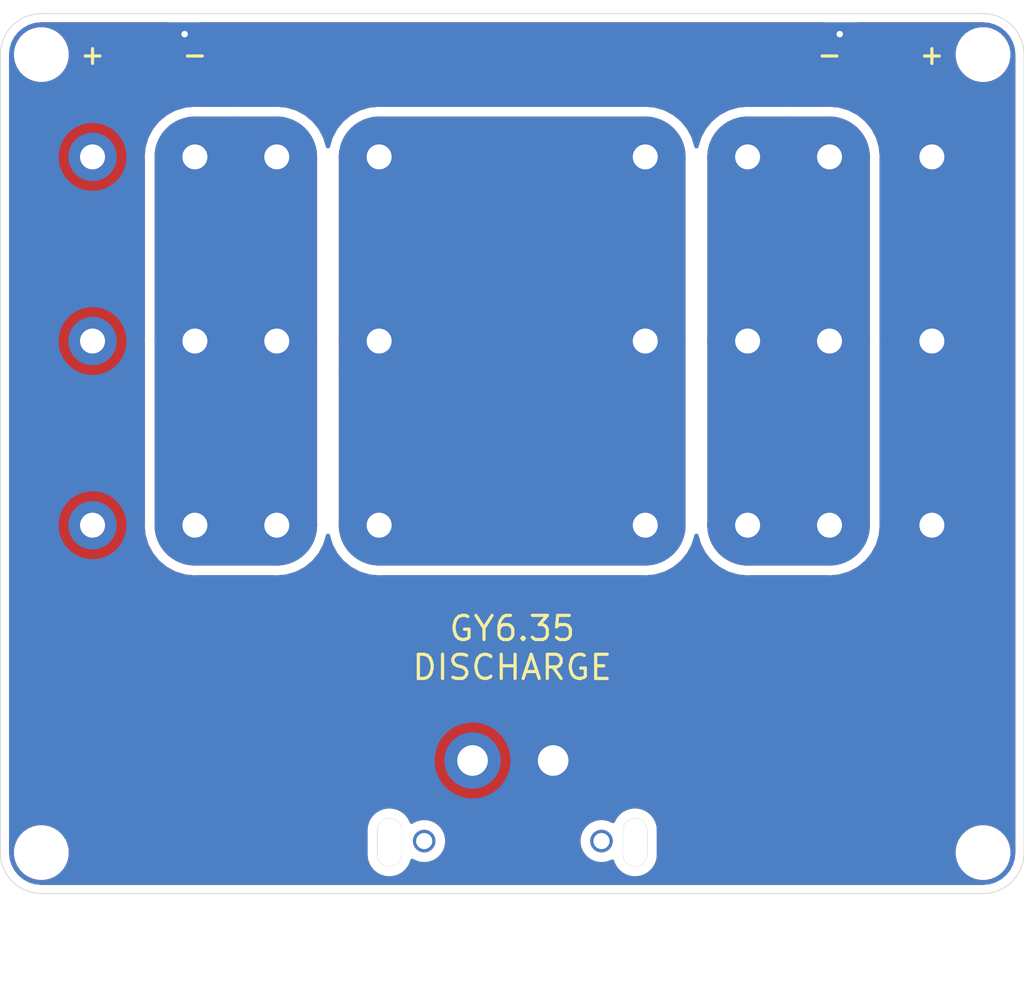
<source format=kicad_pcb>
(kicad_pcb (version 20171130) (host pcbnew "(5.1.9)-1")

  (general
    (thickness 1.6)
    (drawings 13)
    (tracks 45)
    (zones 0)
    (modules 23)
    (nets 6)
  )

  (page A4)
  (layers
    (0 F.Cu signal)
    (31 B.Cu signal)
    (32 B.Adhes user)
    (33 F.Adhes user)
    (34 B.Paste user)
    (35 F.Paste user)
    (36 B.SilkS user)
    (37 F.SilkS user)
    (38 B.Mask user)
    (39 F.Mask user)
    (40 Dwgs.User user)
    (41 Cmts.User user)
    (42 Eco1.User user)
    (43 Eco2.User user)
    (44 Edge.Cuts user)
    (45 Margin user)
    (46 B.CrtYd user)
    (47 F.CrtYd user)
    (48 B.Fab user)
    (49 F.Fab user)
  )

  (setup
    (last_trace_width 5)
    (user_trace_width 1)
    (user_trace_width 2.5)
    (user_trace_width 5)
    (trace_clearance 0.6)
    (zone_clearance 0.508)
    (zone_45_only no)
    (trace_min 0.2)
    (via_size 0.8)
    (via_drill 0.4)
    (via_min_size 0.4)
    (via_min_drill 0.3)
    (uvia_size 0.3)
    (uvia_drill 0.1)
    (uvias_allowed no)
    (uvia_min_size 0.2)
    (uvia_min_drill 0.1)
    (edge_width 0.05)
    (segment_width 0.2)
    (pcb_text_width 0.3)
    (pcb_text_size 1.5 1.5)
    (mod_edge_width 0.12)
    (mod_text_size 1 1)
    (mod_text_width 0.15)
    (pad_size 1.524 1.524)
    (pad_drill 0.762)
    (pad_to_mask_clearance 0)
    (aux_axis_origin 0 0)
    (visible_elements 7FFFFFFF)
    (pcbplotparams
      (layerselection 0x010fc_ffffffff)
      (usegerberextensions false)
      (usegerberattributes true)
      (usegerberadvancedattributes true)
      (creategerberjobfile true)
      (excludeedgelayer true)
      (linewidth 0.100000)
      (plotframeref false)
      (viasonmask false)
      (mode 1)
      (useauxorigin false)
      (hpglpennumber 1)
      (hpglpenspeed 20)
      (hpglpendiameter 15.000000)
      (psnegative false)
      (psa4output false)
      (plotreference true)
      (plotvalue true)
      (plotinvisibletext false)
      (padsonsilk false)
      (subtractmaskfromsilk false)
      (outputformat 1)
      (mirror false)
      (drillshape 0)
      (scaleselection 1)
      (outputdirectory "gerber/"))
  )

  (net 0 "")
  (net 1 "Net-(LA1-Pad1)")
  (net 2 "Net-(LA11-Pad1)")
  (net 3 "Net-(LA10-Pad1)")
  (net 4 VCC)
  (net 5 GND)

  (net_class Default "This is the default net class."
    (clearance 0.6)
    (trace_width 0.25)
    (via_dia 0.8)
    (via_drill 0.4)
    (uvia_dia 0.3)
    (uvia_drill 0.1)
    (add_net GND)
    (add_net "Net-(LA1-Pad1)")
    (add_net "Net-(LA10-Pad1)")
    (add_net "Net-(LA11-Pad1)")
    (add_net VCC)
  )

  (module Connector_Wire:SolderWirePad_1x01_SMD_1x2mm (layer F.Cu) (tedit 5DD6EB27) (tstamp 628169D0)
    (at 179.07 104.14 180)
    (descr "Wire Pad, Square, SMD Pad,  5mm x 10mm,")
    (tags "MesurementPoint Square SMDPad 5mmx10mm ")
    (path /62834C54)
    (attr virtual)
    (fp_text reference J5 (at 0 -2.54) (layer F.SilkS) hide
      (effects (font (size 1 1) (thickness 0.15)))
    )
    (fp_text value Conn_01x01 (at 0 2.54) (layer F.Fab)
      (effects (font (size 1 1) (thickness 0.15)))
    )
    (fp_text user %R (at 0 0) (layer F.Fab) hide
      (effects (font (size 1 1) (thickness 0.15)))
    )
    (fp_line (start 0.63 -1.27) (end -0.63 -1.27) (layer F.CrtYd) (width 0.05))
    (fp_line (start 0.63 1.27) (end 0.63 -1.27) (layer F.CrtYd) (width 0.05))
    (fp_line (start -0.63 1.27) (end 0.63 1.27) (layer F.CrtYd) (width 0.05))
    (fp_line (start -0.63 -1.27) (end -0.63 1.27) (layer F.CrtYd) (width 0.05))
    (fp_line (start -0.63 -1.27) (end 0.63 -1.27) (layer F.Fab) (width 0.1))
    (fp_line (start 0.63 -1.27) (end 0.63 1.27) (layer F.Fab) (width 0.1))
    (fp_line (start 0.63 1.27) (end -0.63 1.27) (layer F.Fab) (width 0.1))
    (fp_line (start -0.63 1.27) (end -0.63 -1.27) (layer F.Fab) (width 0.1))
    (pad 1 smd roundrect (at 0 0 180) (size 1 2) (layers F.Cu F.Paste F.Mask) (roundrect_rratio 0.25)
      (net 5 GND))
  )

  (module Connector_Wire:SolderWirePad_1x01_SMD_1x2mm (layer F.Cu) (tedit 5DD6EB27) (tstamp 628169C2)
    (at 181.61 104.14 180)
    (descr "Wire Pad, Square, SMD Pad,  5mm x 10mm,")
    (tags "MesurementPoint Square SMDPad 5mmx10mm ")
    (path /628341BC)
    (attr virtual)
    (fp_text reference J4 (at 0 -2.54) (layer F.SilkS) hide
      (effects (font (size 1 1) (thickness 0.15)))
    )
    (fp_text value Conn_01x01 (at 0 2.54) (layer F.Fab)
      (effects (font (size 1 1) (thickness 0.15)))
    )
    (fp_text user %R (at 0 0) (layer F.Fab) hide
      (effects (font (size 1 1) (thickness 0.15)))
    )
    (fp_line (start 0.63 -1.27) (end -0.63 -1.27) (layer F.CrtYd) (width 0.05))
    (fp_line (start 0.63 1.27) (end 0.63 -1.27) (layer F.CrtYd) (width 0.05))
    (fp_line (start -0.63 1.27) (end 0.63 1.27) (layer F.CrtYd) (width 0.05))
    (fp_line (start -0.63 -1.27) (end -0.63 1.27) (layer F.CrtYd) (width 0.05))
    (fp_line (start -0.63 -1.27) (end 0.63 -1.27) (layer F.Fab) (width 0.1))
    (fp_line (start 0.63 -1.27) (end 0.63 1.27) (layer F.Fab) (width 0.1))
    (fp_line (start 0.63 1.27) (end -0.63 1.27) (layer F.Fab) (width 0.1))
    (fp_line (start -0.63 1.27) (end -0.63 -1.27) (layer F.Fab) (width 0.1))
    (pad 1 smd roundrect (at 0 0 180) (size 1 2) (layers F.Cu F.Paste F.Mask) (roundrect_rratio 0.25)
      (net 4 VCC))
  )

  (module Connector_Wire:SolderWirePad_1x01_SMD_1x2mm (layer F.Cu) (tedit 5DD6EB27) (tstamp 62816D87)
    (at 135.89 104.14)
    (descr "Wire Pad, Square, SMD Pad,  5mm x 10mm,")
    (tags "MesurementPoint Square SMDPad 5mmx10mm ")
    (path /628354CC)
    (attr virtual)
    (fp_text reference J3 (at 0 -2.54) (layer F.SilkS) hide
      (effects (font (size 1 1) (thickness 0.15)))
    )
    (fp_text value Conn_01x01 (at 0 2.54) (layer F.Fab)
      (effects (font (size 1 1) (thickness 0.15)))
    )
    (fp_text user %R (at 0 0) (layer F.Fab) hide
      (effects (font (size 1 1) (thickness 0.15)))
    )
    (fp_line (start 0.63 -1.27) (end -0.63 -1.27) (layer F.CrtYd) (width 0.05))
    (fp_line (start 0.63 1.27) (end 0.63 -1.27) (layer F.CrtYd) (width 0.05))
    (fp_line (start -0.63 1.27) (end 0.63 1.27) (layer F.CrtYd) (width 0.05))
    (fp_line (start -0.63 -1.27) (end -0.63 1.27) (layer F.CrtYd) (width 0.05))
    (fp_line (start -0.63 -1.27) (end 0.63 -1.27) (layer F.Fab) (width 0.1))
    (fp_line (start 0.63 -1.27) (end 0.63 1.27) (layer F.Fab) (width 0.1))
    (fp_line (start 0.63 1.27) (end -0.63 1.27) (layer F.Fab) (width 0.1))
    (fp_line (start -0.63 1.27) (end -0.63 -1.27) (layer F.Fab) (width 0.1))
    (pad 1 smd roundrect (at 0 0) (size 1 2) (layers F.Cu F.Paste F.Mask) (roundrect_rratio 0.25)
      (net 5 GND))
  )

  (module Connector_Wire:SolderWirePad_1x01_SMD_1x2mm (layer F.Cu) (tedit 5DD6EB27) (tstamp 628169A6)
    (at 133.35 104.14)
    (descr "Wire Pad, Square, SMD Pad,  5mm x 10mm,")
    (tags "MesurementPoint Square SMDPad 5mmx10mm ")
    (path /62832ABF)
    (attr virtual)
    (fp_text reference J2 (at 0 -2.54) (layer F.SilkS) hide
      (effects (font (size 1 1) (thickness 0.15)))
    )
    (fp_text value Conn_01x01 (at 0 2.54) (layer F.Fab)
      (effects (font (size 1 1) (thickness 0.15)))
    )
    (fp_text user %R (at 0 0) (layer F.Fab) hide
      (effects (font (size 1 1) (thickness 0.15)))
    )
    (fp_line (start 0.63 -1.27) (end -0.63 -1.27) (layer F.CrtYd) (width 0.05))
    (fp_line (start 0.63 1.27) (end 0.63 -1.27) (layer F.CrtYd) (width 0.05))
    (fp_line (start -0.63 1.27) (end 0.63 1.27) (layer F.CrtYd) (width 0.05))
    (fp_line (start -0.63 -1.27) (end -0.63 1.27) (layer F.CrtYd) (width 0.05))
    (fp_line (start -0.63 -1.27) (end 0.63 -1.27) (layer F.Fab) (width 0.1))
    (fp_line (start 0.63 -1.27) (end 0.63 1.27) (layer F.Fab) (width 0.1))
    (fp_line (start 0.63 1.27) (end -0.63 1.27) (layer F.Fab) (width 0.1))
    (fp_line (start -0.63 1.27) (end -0.63 -1.27) (layer F.Fab) (width 0.1))
    (pad 1 smd roundrect (at 0 0) (size 1 2) (layers F.Cu F.Paste F.Mask) (roundrect_rratio 0.25)
      (net 4 VCC))
  )

  (module "Library:Cable tie hole" (layer F.Cu) (tedit 628100F7) (tstamp 628162E2)
    (at 165.1 153.035)
    (fp_text reference REF** (at 0 3) (layer F.SilkS) hide
      (effects (font (size 1 1) (thickness 0.15)))
    )
    (fp_text value "Cable tie hole" (at 0 -3.1) (layer F.Fab)
      (effects (font (size 1 1) (thickness 0.15)))
    )
    (pad 1 thru_hole oval (at 0 0) (size 1.5 3) (drill oval 1.5 3) (layers *.Cu *.Mask))
  )

  (module "Library:Cable tie hole" (layer F.Cu) (tedit 628100F7) (tstamp 62816218)
    (at 149.86 153.035)
    (fp_text reference REF** (at 0 3) (layer F.SilkS) hide
      (effects (font (size 1 1) (thickness 0.15)))
    )
    (fp_text value "Cable tie hole" (at 0 -3.1) (layer F.Fab)
      (effects (font (size 1 1) (thickness 0.15)))
    )
    (pad 1 thru_hole oval (at 0 0) (size 1.5 3) (drill oval 1.5 3) (layers *.Cu *.Mask))
  )

  (module Library:GY6.35 (layer F.Cu) (tedit 61853AFB) (tstamp 61787DCE)
    (at 146.05 110.49 180)
    (path /61783E24)
    (fp_text reference LA10 (at 0 2.75) (layer F.SilkS) hide
      (effects (font (size 1 1) (thickness 0.15)))
    )
    (fp_text value Lamp (at 0 -2.75) (layer F.Fab) hide
      (effects (font (size 1 1) (thickness 0.15)))
    )
    (fp_circle (center 0 0) (end 5 0) (layer Dwgs.User) (width 0.12))
    (fp_line (start -4.68 1.5) (end -4.68 -1.5) (layer F.CrtYd) (width 0.05))
    (fp_line (start 4.68 1.5) (end -4.68 1.5) (layer F.CrtYd) (width 0.05))
    (fp_line (start 4.68 -1.5) (end 4.68 1.5) (layer F.CrtYd) (width 0.05))
    (fp_line (start -4.68 -1.5) (end 4.68 -1.5) (layer F.CrtYd) (width 0.05))
    (pad 2 thru_hole circle (at 3.175 0 180) (size 3 3) (drill 1.55) (layers *.Cu *.Mask)
      (net 1 "Net-(LA1-Pad1)"))
    (pad 1 thru_hole circle (at -3.175 0 180) (size 3 3) (drill 1.55) (layers *.Cu *.Mask)
      (net 3 "Net-(LA10-Pad1)"))
  )

  (module Library:GY6.35 (layer F.Cu) (tedit 61853AFB) (tstamp 61787DBF)
    (at 134.62 110.49 180)
    (path /61781D58)
    (fp_text reference LA9 (at 0 2.75) (layer F.SilkS) hide
      (effects (font (size 1 1) (thickness 0.15)))
    )
    (fp_text value Lamp (at 0 -2.75) (layer F.Fab) hide
      (effects (font (size 1 1) (thickness 0.15)))
    )
    (fp_circle (center 0 0) (end 5 0) (layer Dwgs.User) (width 0.12))
    (fp_line (start -4.68 1.5) (end -4.68 -1.5) (layer F.CrtYd) (width 0.05))
    (fp_line (start 4.68 1.5) (end -4.68 1.5) (layer F.CrtYd) (width 0.05))
    (fp_line (start 4.68 -1.5) (end 4.68 1.5) (layer F.CrtYd) (width 0.05))
    (fp_line (start -4.68 -1.5) (end 4.68 -1.5) (layer F.CrtYd) (width 0.05))
    (pad 2 thru_hole circle (at 3.175 0 180) (size 3 3) (drill 1.55) (layers *.Cu *.Mask)
      (net 4 VCC))
    (pad 1 thru_hole circle (at -3.175 0 180) (size 3 3) (drill 1.55) (layers *.Cu *.Mask)
      (net 1 "Net-(LA1-Pad1)"))
  )

  (module Library:GY6.35 (layer F.Cu) (tedit 61853AFB) (tstamp 61787DEC)
    (at 180.34 110.49 180)
    (path /617AAA58)
    (fp_text reference LA12 (at 0 2.75) (layer F.SilkS) hide
      (effects (font (size 1 1) (thickness 0.15)))
    )
    (fp_text value Lamp (at 0 -2.75) (layer F.Fab) hide
      (effects (font (size 1 1) (thickness 0.15)))
    )
    (fp_circle (center 0 0) (end 5 0) (layer Dwgs.User) (width 0.12))
    (fp_line (start -4.68 1.5) (end -4.68 -1.5) (layer F.CrtYd) (width 0.05))
    (fp_line (start 4.68 1.5) (end -4.68 1.5) (layer F.CrtYd) (width 0.05))
    (fp_line (start 4.68 -1.5) (end 4.68 1.5) (layer F.CrtYd) (width 0.05))
    (fp_line (start -4.68 -1.5) (end 4.68 -1.5) (layer F.CrtYd) (width 0.05))
    (pad 2 thru_hole circle (at 3.175 0 180) (size 3 3) (drill 1.55) (layers *.Cu *.Mask)
      (net 2 "Net-(LA11-Pad1)"))
    (pad 1 thru_hole circle (at -3.175 0 180) (size 3 3) (drill 1.55) (layers *.Cu *.Mask)
      (net 5 GND))
  )

  (module Library:GY6.35 (layer F.Cu) (tedit 61853AFB) (tstamp 61787DDD)
    (at 168.91 110.49 180)
    (path /617AAA52)
    (fp_text reference LA11 (at 0 2.75) (layer F.SilkS) hide
      (effects (font (size 1 1) (thickness 0.15)))
    )
    (fp_text value Lamp (at 0 -2.75) (layer F.Fab) hide
      (effects (font (size 1 1) (thickness 0.15)))
    )
    (fp_circle (center 0 0) (end 5 0) (layer Dwgs.User) (width 0.12))
    (fp_line (start -4.68 1.5) (end -4.68 -1.5) (layer F.CrtYd) (width 0.05))
    (fp_line (start 4.68 1.5) (end -4.68 1.5) (layer F.CrtYd) (width 0.05))
    (fp_line (start 4.68 -1.5) (end 4.68 1.5) (layer F.CrtYd) (width 0.05))
    (fp_line (start -4.68 -1.5) (end 4.68 -1.5) (layer F.CrtYd) (width 0.05))
    (pad 2 thru_hole circle (at 3.175 0 180) (size 3 3) (drill 1.55) (layers *.Cu *.Mask)
      (net 3 "Net-(LA10-Pad1)"))
    (pad 1 thru_hole circle (at -3.175 0 180) (size 3 3) (drill 1.55) (layers *.Cu *.Mask)
      (net 2 "Net-(LA11-Pad1)"))
  )

  (module Library:GY6.35 (layer F.Cu) (tedit 61853AFB) (tstamp 61787DB0)
    (at 180.34 121.92 180)
    (path /617AAA64)
    (fp_text reference LA8 (at 0 2.75) (layer F.SilkS) hide
      (effects (font (size 1 1) (thickness 0.15)))
    )
    (fp_text value Lamp (at 0 -2.75) (layer F.Fab) hide
      (effects (font (size 1 1) (thickness 0.15)))
    )
    (fp_circle (center 0 0) (end 5 0) (layer Dwgs.User) (width 0.12))
    (fp_line (start -4.68 1.5) (end -4.68 -1.5) (layer F.CrtYd) (width 0.05))
    (fp_line (start 4.68 1.5) (end -4.68 1.5) (layer F.CrtYd) (width 0.05))
    (fp_line (start 4.68 -1.5) (end 4.68 1.5) (layer F.CrtYd) (width 0.05))
    (fp_line (start -4.68 -1.5) (end 4.68 -1.5) (layer F.CrtYd) (width 0.05))
    (pad 2 thru_hole circle (at 3.175 0 180) (size 3 3) (drill 1.55) (layers *.Cu *.Mask)
      (net 2 "Net-(LA11-Pad1)"))
    (pad 1 thru_hole circle (at -3.175 0 180) (size 3 3) (drill 1.55) (layers *.Cu *.Mask)
      (net 5 GND))
  )

  (module Library:GY6.35 (layer F.Cu) (tedit 61853AFB) (tstamp 61787DA1)
    (at 168.91 121.92 180)
    (path /617AAA5E)
    (fp_text reference LA7 (at 0 2.75) (layer F.SilkS) hide
      (effects (font (size 1 1) (thickness 0.15)))
    )
    (fp_text value Lamp (at 0 -2.75) (layer F.Fab) hide
      (effects (font (size 1 1) (thickness 0.15)))
    )
    (fp_circle (center 0 0) (end 5 0) (layer Dwgs.User) (width 0.12))
    (fp_line (start -4.68 1.5) (end -4.68 -1.5) (layer F.CrtYd) (width 0.05))
    (fp_line (start 4.68 1.5) (end -4.68 1.5) (layer F.CrtYd) (width 0.05))
    (fp_line (start 4.68 -1.5) (end 4.68 1.5) (layer F.CrtYd) (width 0.05))
    (fp_line (start -4.68 -1.5) (end 4.68 -1.5) (layer F.CrtYd) (width 0.05))
    (pad 2 thru_hole circle (at 3.175 0 180) (size 3 3) (drill 1.55) (layers *.Cu *.Mask)
      (net 3 "Net-(LA10-Pad1)"))
    (pad 1 thru_hole circle (at -3.175 0 180) (size 3 3) (drill 1.55) (layers *.Cu *.Mask)
      (net 2 "Net-(LA11-Pad1)"))
  )

  (module Library:GY6.35 (layer F.Cu) (tedit 61853AFB) (tstamp 61787D92)
    (at 146.05 121.92 180)
    (path /6178947E)
    (fp_text reference LA6 (at 0 2.75) (layer F.SilkS) hide
      (effects (font (size 1 1) (thickness 0.15)))
    )
    (fp_text value Lamp (at 0 -2.75) (layer F.Fab) hide
      (effects (font (size 1 1) (thickness 0.15)))
    )
    (fp_circle (center 0 0) (end 5 0) (layer Dwgs.User) (width 0.12))
    (fp_line (start -4.68 1.5) (end -4.68 -1.5) (layer F.CrtYd) (width 0.05))
    (fp_line (start 4.68 1.5) (end -4.68 1.5) (layer F.CrtYd) (width 0.05))
    (fp_line (start 4.68 -1.5) (end 4.68 1.5) (layer F.CrtYd) (width 0.05))
    (fp_line (start -4.68 -1.5) (end 4.68 -1.5) (layer F.CrtYd) (width 0.05))
    (pad 2 thru_hole circle (at 3.175 0 180) (size 3 3) (drill 1.55) (layers *.Cu *.Mask)
      (net 1 "Net-(LA1-Pad1)"))
    (pad 1 thru_hole circle (at -3.175 0 180) (size 3 3) (drill 1.55) (layers *.Cu *.Mask)
      (net 3 "Net-(LA10-Pad1)"))
  )

  (module Library:GY6.35 (layer F.Cu) (tedit 61853AFB) (tstamp 61787D83)
    (at 134.62 121.92 180)
    (path /61789478)
    (fp_text reference LA5 (at 0 2.75) (layer F.SilkS) hide
      (effects (font (size 1 1) (thickness 0.15)))
    )
    (fp_text value Lamp (at 0 -2.75) (layer F.Fab) hide
      (effects (font (size 1 1) (thickness 0.15)))
    )
    (fp_circle (center 0 0) (end 5 0) (layer Dwgs.User) (width 0.12))
    (fp_line (start -4.68 1.5) (end -4.68 -1.5) (layer F.CrtYd) (width 0.05))
    (fp_line (start 4.68 1.5) (end -4.68 1.5) (layer F.CrtYd) (width 0.05))
    (fp_line (start 4.68 -1.5) (end 4.68 1.5) (layer F.CrtYd) (width 0.05))
    (fp_line (start -4.68 -1.5) (end 4.68 -1.5) (layer F.CrtYd) (width 0.05))
    (pad 2 thru_hole circle (at 3.175 0 180) (size 3 3) (drill 1.55) (layers *.Cu *.Mask)
      (net 4 VCC))
    (pad 1 thru_hole circle (at -3.175 0 180) (size 3 3) (drill 1.55) (layers *.Cu *.Mask)
      (net 1 "Net-(LA1-Pad1)"))
  )

  (module Library:GY6.35 (layer F.Cu) (tedit 61853AFB) (tstamp 61787D74)
    (at 180.34 133.35 180)
    (path /617AAA70)
    (fp_text reference LA4 (at 0 2.75) (layer F.SilkS) hide
      (effects (font (size 1 1) (thickness 0.15)))
    )
    (fp_text value Lamp (at 0 -2.75) (layer F.Fab) hide
      (effects (font (size 1 1) (thickness 0.15)))
    )
    (fp_circle (center 0 0) (end 5 0) (layer Dwgs.User) (width 0.12))
    (fp_line (start -4.68 1.5) (end -4.68 -1.5) (layer F.CrtYd) (width 0.05))
    (fp_line (start 4.68 1.5) (end -4.68 1.5) (layer F.CrtYd) (width 0.05))
    (fp_line (start 4.68 -1.5) (end 4.68 1.5) (layer F.CrtYd) (width 0.05))
    (fp_line (start -4.68 -1.5) (end 4.68 -1.5) (layer F.CrtYd) (width 0.05))
    (pad 2 thru_hole circle (at 3.175 0 180) (size 3 3) (drill 1.55) (layers *.Cu *.Mask)
      (net 2 "Net-(LA11-Pad1)"))
    (pad 1 thru_hole circle (at -3.175 0 180) (size 3 3) (drill 1.55) (layers *.Cu *.Mask)
      (net 5 GND))
  )

  (module Library:GY6.35 (layer F.Cu) (tedit 61853AFB) (tstamp 61787D65)
    (at 168.91 133.35 180)
    (path /617AAA6A)
    (fp_text reference LA3 (at 0 2.75) (layer F.SilkS) hide
      (effects (font (size 1 1) (thickness 0.15)))
    )
    (fp_text value Lamp (at 0 -2.75) (layer F.Fab) hide
      (effects (font (size 1 1) (thickness 0.15)))
    )
    (fp_circle (center 0 0) (end 5 0) (layer Dwgs.User) (width 0.12))
    (fp_line (start -4.68 1.5) (end -4.68 -1.5) (layer F.CrtYd) (width 0.05))
    (fp_line (start 4.68 1.5) (end -4.68 1.5) (layer F.CrtYd) (width 0.05))
    (fp_line (start 4.68 -1.5) (end 4.68 1.5) (layer F.CrtYd) (width 0.05))
    (fp_line (start -4.68 -1.5) (end 4.68 -1.5) (layer F.CrtYd) (width 0.05))
    (pad 2 thru_hole circle (at 3.175 0 180) (size 3 3) (drill 1.55) (layers *.Cu *.Mask)
      (net 3 "Net-(LA10-Pad1)"))
    (pad 1 thru_hole circle (at -3.175 0 180) (size 3 3) (drill 1.55) (layers *.Cu *.Mask)
      (net 2 "Net-(LA11-Pad1)"))
  )

  (module Library:GY6.35 (layer F.Cu) (tedit 61853AFB) (tstamp 61787D56)
    (at 146.05 133.35 180)
    (path /6178BC24)
    (fp_text reference LA2 (at 0 2.75) (layer F.SilkS) hide
      (effects (font (size 1 1) (thickness 0.15)))
    )
    (fp_text value Lamp (at 0 -2.75) (layer F.Fab) hide
      (effects (font (size 1 1) (thickness 0.15)))
    )
    (fp_circle (center 0 0) (end 5 0) (layer Dwgs.User) (width 0.12))
    (fp_line (start -4.68 1.5) (end -4.68 -1.5) (layer F.CrtYd) (width 0.05))
    (fp_line (start 4.68 1.5) (end -4.68 1.5) (layer F.CrtYd) (width 0.05))
    (fp_line (start 4.68 -1.5) (end 4.68 1.5) (layer F.CrtYd) (width 0.05))
    (fp_line (start -4.68 -1.5) (end 4.68 -1.5) (layer F.CrtYd) (width 0.05))
    (pad 2 thru_hole circle (at 3.175 0 180) (size 3 3) (drill 1.55) (layers *.Cu *.Mask)
      (net 1 "Net-(LA1-Pad1)"))
    (pad 1 thru_hole circle (at -3.175 0 180) (size 3 3) (drill 1.55) (layers *.Cu *.Mask)
      (net 3 "Net-(LA10-Pad1)"))
  )

  (module Library:GY6.35 (layer F.Cu) (tedit 61853AFB) (tstamp 61787D47)
    (at 134.62 133.35 180)
    (path /6178BC1E)
    (fp_text reference LA1 (at 0 2.75) (layer F.SilkS) hide
      (effects (font (size 1 1) (thickness 0.15)))
    )
    (fp_text value Lamp (at 0 -2.75) (layer F.Fab) hide
      (effects (font (size 1 1) (thickness 0.15)))
    )
    (fp_circle (center 0 0) (end 5 0) (layer Dwgs.User) (width 0.12))
    (fp_line (start -4.68 1.5) (end -4.68 -1.5) (layer F.CrtYd) (width 0.05))
    (fp_line (start 4.68 1.5) (end -4.68 1.5) (layer F.CrtYd) (width 0.05))
    (fp_line (start 4.68 -1.5) (end 4.68 1.5) (layer F.CrtYd) (width 0.05))
    (fp_line (start -4.68 -1.5) (end 4.68 -1.5) (layer F.CrtYd) (width 0.05))
    (pad 2 thru_hole circle (at 3.175 0 180) (size 3 3) (drill 1.55) (layers *.Cu *.Mask)
      (net 4 VCC))
    (pad 1 thru_hole circle (at -3.175 0 180) (size 3 3) (drill 1.55) (layers *.Cu *.Mask)
      (net 1 "Net-(LA1-Pad1)"))
  )

  (module MountingHole:MountingHole_2.2mm_M2 (layer F.Cu) (tedit 56D1B4CB) (tstamp 6178F848)
    (at 186.69 153.67)
    (descr "Mounting Hole 2.2mm, no annular, M2")
    (tags "mounting hole 2.2mm no annular m2")
    (path /617DACE2)
    (attr virtual)
    (fp_text reference H4 (at 0 -3.2) (layer F.SilkS) hide
      (effects (font (size 1 1) (thickness 0.15)))
    )
    (fp_text value MountingHole (at 0 3.2) (layer F.Fab) hide
      (effects (font (size 1 1) (thickness 0.15)))
    )
    (fp_circle (center 0 0) (end 2.2 0) (layer Cmts.User) (width 0.15))
    (fp_circle (center 0 0) (end 2.45 0) (layer F.CrtYd) (width 0.05))
    (fp_text user %R (at 0.3 0) (layer F.Fab) hide
      (effects (font (size 1 1) (thickness 0.15)))
    )
    (pad 1 np_thru_hole circle (at 0 0) (size 2.2 2.2) (drill 2.2) (layers *.Cu *.Mask))
  )

  (module MountingHole:MountingHole_2.2mm_M2 (layer F.Cu) (tedit 56D1B4CB) (tstamp 6178F840)
    (at 128.27 153.67)
    (descr "Mounting Hole 2.2mm, no annular, M2")
    (tags "mounting hole 2.2mm no annular m2")
    (path /617DAADF)
    (attr virtual)
    (fp_text reference H3 (at 0 -3.2) (layer F.SilkS) hide
      (effects (font (size 1 1) (thickness 0.15)))
    )
    (fp_text value MountingHole (at 0 3.2) (layer F.Fab) hide
      (effects (font (size 1 1) (thickness 0.15)))
    )
    (fp_circle (center 0 0) (end 2.2 0) (layer Cmts.User) (width 0.15))
    (fp_circle (center 0 0) (end 2.45 0) (layer F.CrtYd) (width 0.05))
    (fp_text user %R (at 0.3 0) (layer F.Fab) hide
      (effects (font (size 1 1) (thickness 0.15)))
    )
    (pad 1 np_thru_hole circle (at 0 0) (size 2.2 2.2) (drill 2.2) (layers *.Cu *.Mask))
  )

  (module MountingHole:MountingHole_2.2mm_M2 (layer F.Cu) (tedit 56D1B4CB) (tstamp 6178F838)
    (at 186.69 104.14)
    (descr "Mounting Hole 2.2mm, no annular, M2")
    (tags "mounting hole 2.2mm no annular m2")
    (path /617DA7A4)
    (attr virtual)
    (fp_text reference H2 (at 0 -3.2) (layer F.SilkS) hide
      (effects (font (size 1 1) (thickness 0.15)))
    )
    (fp_text value MountingHole (at 0 3.2) (layer F.Fab) hide
      (effects (font (size 1 1) (thickness 0.15)))
    )
    (fp_circle (center 0 0) (end 2.2 0) (layer Cmts.User) (width 0.15))
    (fp_circle (center 0 0) (end 2.45 0) (layer F.CrtYd) (width 0.05))
    (fp_text user %R (at 0.3 0) (layer F.Fab) hide
      (effects (font (size 1 1) (thickness 0.15)))
    )
    (pad 1 np_thru_hole circle (at 0 0) (size 2.2 2.2) (drill 2.2) (layers *.Cu *.Mask))
  )

  (module MountingHole:MountingHole_2.2mm_M2 (layer F.Cu) (tedit 56D1B4CB) (tstamp 6178F830)
    (at 128.27 104.14)
    (descr "Mounting Hole 2.2mm, no annular, M2")
    (tags "mounting hole 2.2mm no annular m2")
    (path /617D926F)
    (attr virtual)
    (fp_text reference H1 (at 0 -3.2) (layer F.SilkS) hide
      (effects (font (size 1 1) (thickness 0.15)))
    )
    (fp_text value MountingHole (at 0 3.2) (layer F.Fab) hide
      (effects (font (size 1 1) (thickness 0.15)))
    )
    (fp_circle (center 0 0) (end 2.2 0) (layer Cmts.User) (width 0.15))
    (fp_circle (center 0 0) (end 2.45 0) (layer F.CrtYd) (width 0.05))
    (fp_text user %R (at 0.3 0) (layer F.Fab) hide
      (effects (font (size 1 1) (thickness 0.15)))
    )
    (pad 1 np_thru_hole circle (at 0 0) (size 2.2 2.2) (drill 2.2) (layers *.Cu *.Mask))
  )

  (module Connector_AMASS:AMASS_XT30PW-F_1x02_P2.50mm_Horizontal (layer F.Cu) (tedit 61784443) (tstamp 61787D0E)
    (at 160.02 147.955 180)
    (descr "Connector XT30 Horizontal PCB Female, https://www.tme.eu/en/Document/ce4077e36b79046da520ca73227e15de/XT30PW%20SPEC.pdf")
    (tags "RC Connector XT30")
    (path /617AD652)
    (fp_text reference J1 (at 2.5 -15.5) (layer F.SilkS) hide
      (effects (font (size 1 1) (thickness 0.15)))
    )
    (fp_text value Conn_01x02 (at 2.5 3.5) (layer F.Fab) hide
      (effects (font (size 1 1) (thickness 0.15)))
    )
    (fp_line (start -1.92 -14.05) (end 6.92 -14.05) (layer F.Fab) (width 0.1))
    (fp_line (start -1.92 -14.05) (end -1.92 -8.05) (layer F.Fab) (width 0.1))
    (fp_line (start 6.92 -14.05) (end 6.92 -8.05) (layer F.Fab) (width 0.1))
    (fp_line (start -2.45 -8.05) (end 7.45 -8.05) (layer F.Fab) (width 0.1))
    (fp_line (start -4.65 2.25) (end 9.65 2.25) (layer F.CrtYd) (width 0.05))
    (fp_line (start 9.65 -8.55) (end 9.65 2.25) (layer F.CrtYd) (width 0.05))
    (fp_line (start 7.42 -8.55) (end 9.65 -8.55) (layer F.CrtYd) (width 0.05))
    (fp_line (start 7.42 -14.55) (end 7.42 -8.55) (layer F.CrtYd) (width 0.05))
    (fp_line (start -2.42 -14.55) (end 7.42 -14.55) (layer F.CrtYd) (width 0.05))
    (fp_line (start -2.42 -14.55) (end -2.42 -8.55) (layer F.CrtYd) (width 0.05))
    (fp_line (start -4.65 -8.55) (end -2.42 -8.55) (layer F.CrtYd) (width 0.05))
    (fp_line (start -4.65 -8.55) (end -4.65 2.25) (layer F.CrtYd) (width 0.05))
    (fp_line (start -3.15 -4) (end 8.15 -4) (layer F.Fab) (width 0.1))
    (fp_line (start -3.15 -6) (end -2.45 -6) (layer F.Fab) (width 0.1))
    (fp_line (start -2.45 -8.05) (end -2.45 -6) (layer F.Fab) (width 0.1))
    (fp_line (start 7.45 -8.05) (end 7.45 -6.05) (layer F.Fab) (width 0.1))
    (fp_line (start 7.45 -6) (end 8.15 -6) (layer F.Fab) (width 0.1))
    (fp_text user - (at -3 0) (layer F.SilkS) hide
      (effects (font (size 1.5 1.5) (thickness 0.15)))
    )
    (fp_text user + (at 8 0) (layer F.SilkS) hide
      (effects (font (size 1.5 1.5) (thickness 0.15)))
    )
    (fp_arc (start -3.15 -5) (end -3.15 -6) (angle -180) (layer F.Fab) (width 0.1))
    (fp_arc (start 8.15 -5) (end 8.15 -4) (angle -180) (layer F.Fab) (width 0.1))
    (fp_text user %R (at 2.5 -3) (layer F.Fab) hide
      (effects (font (size 1 1) (thickness 0.15)))
    )
    (pad 2 thru_hole circle (at 5 0 180) (size 3.5 3.5) (drill 1.9) (layers *.Cu *.Mask)
      (net 4 VCC))
    (pad 1 thru_hole rect (at 0 0 180) (size 3.5 3.5) (drill 1.9) (layers *.Cu *.Mask)
      (net 5 GND))
    (pad "" thru_hole circle (at 8 -5 180) (size 1.4 1.4) (drill 1) (layers *.Cu *.Mask))
    (pad "" thru_hole circle (at -3 -5 270) (size 1.4 1.4) (drill 1) (layers *.Cu *.Mask))
    (model ${KISYS3DMOD}/Connector_AMASS.3dshapes/AMASS_XT30PW-F_1x02_P2.50mm_Horizontal.wrl
      (at (xyz 0 0 0))
      (scale (xyz 1 1 1))
      (rotate (xyz 0 0 0))
    )
  )

  (gr_text + (at 183.515 104.14) (layer F.SilkS) (tstamp 628172CD)
    (effects (font (size 1.2 1.2) (thickness 0.2)))
  )
  (gr_text - (at 177.165 104.14) (layer F.SilkS) (tstamp 628172CC)
    (effects (font (size 1.2 1.2) (thickness 0.2)))
  )
  (gr_text "-\n" (at 137.795 104.14) (layer F.SilkS) (tstamp 628172C8)
    (effects (font (size 1.2 1.2) (thickness 0.2)))
  )
  (gr_text + (at 131.445 104.14) (layer F.SilkS)
    (effects (font (size 1.2 1.2) (thickness 0.2)))
  )
  (gr_line (start 128.27 101.6) (end 186.69 101.6) (layer Edge.Cuts) (width 0.05) (tstamp 6179077B))
  (gr_line (start 125.73 153.67) (end 125.73 104.14) (layer Edge.Cuts) (width 0.05) (tstamp 6179077A))
  (gr_line (start 186.69 156.21) (end 128.27 156.21) (layer Edge.Cuts) (width 0.05) (tstamp 61790779))
  (gr_line (start 189.23 104.14) (end 189.23 153.67) (layer Edge.Cuts) (width 0.05) (tstamp 61790778))
  (gr_arc (start 186.69 153.67) (end 186.69 156.21) (angle -90) (layer Edge.Cuts) (width 0.05))
  (gr_arc (start 128.27 153.67) (end 125.73 153.67) (angle -90) (layer Edge.Cuts) (width 0.05))
  (gr_arc (start 186.69 104.14) (end 189.23 104.14) (angle -90) (layer Edge.Cuts) (width 0.05))
  (gr_arc (start 128.27 104.14) (end 128.27 101.6) (angle -90) (layer Edge.Cuts) (width 0.05))
  (gr_text "GY6.35\nDISCHARGE" (at 157.48 140.97) (layer F.SilkS)
    (effects (font (size 1.5 1.5) (thickness 0.2)) hide)
  )

  (segment (start 149.225 110.49) (end 149.225 133.35) (width 5) (layer F.Cu) (net 3))
  (segment (start 149.225 110.49) (end 165.735 110.49) (width 5) (layer F.Cu) (net 3))
  (segment (start 165.735 133.35) (end 165.735 110.49) (width 5) (layer F.Cu) (net 3))
  (segment (start 142.875 133.35) (end 137.795 133.35) (width 5) (layer F.Cu) (net 1))
  (segment (start 137.795 133.35) (end 142.875 133.35) (width 5) (layer B.Cu) (net 1))
  (segment (start 177.165 133.35) (end 172.085 133.35) (width 5) (layer F.Cu) (net 2))
  (segment (start 172.085 133.35) (end 177.165 133.35) (width 5) (layer B.Cu) (net 2))
  (segment (start 142.875 121.92) (end 137.795 121.92) (width 5) (layer F.Cu) (net 1))
  (segment (start 137.795 121.92) (end 142.875 121.92) (width 5) (layer B.Cu) (net 1))
  (segment (start 177.165 121.92) (end 172.085 121.92) (width 5) (layer F.Cu) (net 2))
  (segment (start 172.085 121.92) (end 177.165 121.92) (width 5) (layer B.Cu) (net 2))
  (segment (start 137.795 110.49) (end 142.875 110.49) (width 5) (layer B.Cu) (net 1))
  (segment (start 137.795 110.49) (end 137.795 133.35) (width 5) (layer F.Cu) (net 1))
  (segment (start 142.875 110.49) (end 142.875 133.35) (width 5) (layer F.Cu) (net 1))
  (segment (start 140.335 130.81) (end 142.875 133.35) (width 5) (layer F.Cu) (net 1))
  (segment (start 140.335 110.49) (end 140.335 130.81) (width 5) (layer F.Cu) (net 1))
  (segment (start 142.875 110.49) (end 140.335 110.49) (width 5) (layer F.Cu) (net 1))
  (segment (start 140.335 110.49) (end 137.795 110.49) (width 5) (layer F.Cu) (net 1))
  (segment (start 137.795 110.49) (end 137.795 133.35) (width 5) (layer B.Cu) (net 1))
  (segment (start 142.875 133.35) (end 142.875 110.49) (width 5) (layer B.Cu) (net 1))
  (segment (start 140.335 130.81) (end 142.875 133.35) (width 5) (layer B.Cu) (net 1))
  (segment (start 140.335 110.49) (end 140.335 130.81) (width 5) (layer B.Cu) (net 1))
  (segment (start 172.085 110.49) (end 177.165 110.49) (width 5) (layer B.Cu) (net 2))
  (segment (start 172.085 110.49) (end 172.085 133.35) (width 5) (layer F.Cu) (net 2))
  (segment (start 177.165 133.35) (end 177.165 110.49) (width 5) (layer F.Cu) (net 2))
  (segment (start 174.625 110.49) (end 174.625 130.81) (width 5) (layer F.Cu) (net 2))
  (segment (start 177.165 110.49) (end 174.625 110.49) (width 5) (layer F.Cu) (net 2))
  (segment (start 174.625 130.81) (end 172.085 133.35) (width 5) (layer F.Cu) (net 2))
  (segment (start 174.625 110.49) (end 172.085 110.49) (width 5) (layer F.Cu) (net 2))
  (segment (start 172.085 110.49) (end 172.085 133.35) (width 5) (layer B.Cu) (net 2))
  (segment (start 177.165 133.35) (end 177.165 110.49) (width 5) (layer B.Cu) (net 2))
  (segment (start 174.625 130.81) (end 177.165 133.35) (width 5) (layer B.Cu) (net 2))
  (segment (start 174.625 110.49) (end 174.625 130.81) (width 5) (layer B.Cu) (net 2))
  (segment (start 149.225 121.92) (end 165.735 121.92) (width 5) (layer F.Cu) (net 3))
  (segment (start 149.225 133.35) (end 165.735 133.35) (width 5) (layer F.Cu) (net 3))
  (segment (start 149.225 110.49) (end 165.735 110.49) (width 5) (layer B.Cu) (net 3))
  (segment (start 149.225 133.35) (end 165.735 133.35) (width 5) (layer B.Cu) (net 3))
  (segment (start 165.735 133.35) (end 165.735 110.49) (width 5) (layer B.Cu) (net 3))
  (segment (start 165.735 121.92) (end 151.13 121.92) (width 5) (layer B.Cu) (net 3))
  (segment (start 149.225 123.825) (end 149.225 133.35) (width 5) (layer B.Cu) (net 3))
  (segment (start 149.225 110.49) (end 149.225 123.825) (width 5) (layer B.Cu) (net 3))
  (via (at 177.8 102.87) (size 0.8) (drill 0.4) (layers F.Cu B.Cu) (net 5))
  (via (at 137.16 102.87) (size 0.8) (drill 0.4) (layers F.Cu B.Cu) (net 5))
  (segment (start 137.16 102.87) (end 135.89 104.14) (width 1) (layer F.Cu) (net 5))
  (segment (start 177.8 102.87) (end 179.07 104.14) (width 1) (layer F.Cu) (net 5))

  (zone (net 5) (net_name GND) (layer B.Cu) (tstamp 628181A2) (hatch edge 0.508)
    (connect_pads yes (clearance 0.508))
    (min_thickness 0.254)
    (fill yes (arc_segments 32) (thermal_gap 0.508) (thermal_bridge_width 0.508))
    (polygon
      (pts
        (xy 189.23 156.21) (xy 125.73 156.21) (xy 125.73 101.6) (xy 189.23 101.6)
      )
    )
    (filled_polygon
      (pts
        (xy 187.054545 102.298909) (xy 187.405208 102.40478) (xy 187.728625 102.576744) (xy 188.012484 102.808254) (xy 188.245965 103.090486)
        (xy 188.420183 103.412695) (xy 188.528502 103.762614) (xy 188.57 104.157443) (xy 188.570001 153.637711) (xy 188.531091 154.034545)
        (xy 188.42522 154.385206) (xy 188.253257 154.708623) (xy 188.021748 154.992482) (xy 187.739514 155.225965) (xy 187.417304 155.400184)
        (xy 187.067385 155.508502) (xy 186.672557 155.55) (xy 128.302279 155.55) (xy 127.905455 155.511091) (xy 127.554794 155.40522)
        (xy 127.231377 155.233257) (xy 126.947518 155.001748) (xy 126.714035 154.719514) (xy 126.539816 154.397304) (xy 126.431498 154.047385)
        (xy 126.39 153.652557) (xy 126.39 153.490056) (xy 126.443 153.490056) (xy 126.443 153.849944) (xy 126.513211 154.202916)
        (xy 126.650934 154.535409) (xy 126.850876 154.834645) (xy 127.105355 155.089124) (xy 127.404591 155.289066) (xy 127.737084 155.426789)
        (xy 128.090056 155.497) (xy 128.449944 155.497) (xy 128.802916 155.426789) (xy 129.135409 155.289066) (xy 129.434645 155.089124)
        (xy 129.689124 154.834645) (xy 129.889066 154.535409) (xy 130.026789 154.202916) (xy 130.097 153.849944) (xy 130.097 153.490056)
        (xy 130.026789 153.137084) (xy 129.889066 152.804591) (xy 129.689124 152.505355) (xy 129.434645 152.250876) (xy 129.377129 152.212445)
        (xy 148.383 152.212445) (xy 148.383 153.857556) (xy 148.404371 154.074543) (xy 148.488829 154.352958) (xy 148.625979 154.609547)
        (xy 148.810551 154.83445) (xy 149.035454 155.019022) (xy 149.292043 155.156172) (xy 149.570458 155.240629) (xy 149.86 155.269146)
        (xy 150.149543 155.240629) (xy 150.427958 155.156172) (xy 150.684547 155.019022) (xy 150.90945 154.83445) (xy 151.094022 154.609547)
        (xy 151.231172 154.352958) (xy 151.283836 154.17935) (xy 151.344062 154.219591) (xy 151.603759 154.327162) (xy 151.879453 154.382)
        (xy 152.160547 154.382) (xy 152.436241 154.327162) (xy 152.695938 154.219591) (xy 152.92966 154.063424) (xy 153.128424 153.86466)
        (xy 153.284591 153.630938) (xy 153.392162 153.371241) (xy 153.447 153.095547) (xy 153.447 152.814453) (xy 161.593 152.814453)
        (xy 161.593 153.095547) (xy 161.647838 153.371241) (xy 161.755409 153.630938) (xy 161.911576 153.86466) (xy 162.11034 154.063424)
        (xy 162.344062 154.219591) (xy 162.603759 154.327162) (xy 162.879453 154.382) (xy 163.160547 154.382) (xy 163.436241 154.327162)
        (xy 163.689216 154.222375) (xy 163.728829 154.352958) (xy 163.865979 154.609547) (xy 164.050551 154.83445) (xy 164.275454 155.019022)
        (xy 164.532043 155.156172) (xy 164.810458 155.240629) (xy 165.1 155.269146) (xy 165.389543 155.240629) (xy 165.667958 155.156172)
        (xy 165.924547 155.019022) (xy 166.14945 154.83445) (xy 166.334022 154.609547) (xy 166.471172 154.352958) (xy 166.555629 154.074543)
        (xy 166.577 153.857556) (xy 166.577 153.490056) (xy 184.863 153.490056) (xy 184.863 153.849944) (xy 184.933211 154.202916)
        (xy 185.070934 154.535409) (xy 185.270876 154.834645) (xy 185.525355 155.089124) (xy 185.824591 155.289066) (xy 186.157084 155.426789)
        (xy 186.510056 155.497) (xy 186.869944 155.497) (xy 187.222916 155.426789) (xy 187.555409 155.289066) (xy 187.854645 155.089124)
        (xy 188.109124 154.834645) (xy 188.309066 154.535409) (xy 188.446789 154.202916) (xy 188.517 153.849944) (xy 188.517 153.490056)
        (xy 188.446789 153.137084) (xy 188.309066 152.804591) (xy 188.109124 152.505355) (xy 187.854645 152.250876) (xy 187.555409 152.050934)
        (xy 187.222916 151.913211) (xy 186.869944 151.843) (xy 186.510056 151.843) (xy 186.157084 151.913211) (xy 185.824591 152.050934)
        (xy 185.525355 152.250876) (xy 185.270876 152.505355) (xy 185.070934 152.804591) (xy 184.933211 153.137084) (xy 184.863 153.490056)
        (xy 166.577 153.490056) (xy 166.577 152.212444) (xy 166.555629 151.995457) (xy 166.471172 151.717042) (xy 166.334022 151.460453)
        (xy 166.14945 151.23555) (xy 165.924546 151.050978) (xy 165.667957 150.913828) (xy 165.389542 150.829371) (xy 165.1 150.800854)
        (xy 164.810457 150.829371) (xy 164.532042 150.913828) (xy 164.275453 151.050978) (xy 164.05055 151.23555) (xy 163.865978 151.460454)
        (xy 163.730662 151.713611) (xy 163.695938 151.690409) (xy 163.436241 151.582838) (xy 163.160547 151.528) (xy 162.879453 151.528)
        (xy 162.603759 151.582838) (xy 162.344062 151.690409) (xy 162.11034 151.846576) (xy 161.911576 152.04534) (xy 161.755409 152.279062)
        (xy 161.647838 152.538759) (xy 161.593 152.814453) (xy 153.447 152.814453) (xy 153.392162 152.538759) (xy 153.284591 152.279062)
        (xy 153.128424 152.04534) (xy 152.92966 151.846576) (xy 152.695938 151.690409) (xy 152.436241 151.582838) (xy 152.160547 151.528)
        (xy 151.879453 151.528) (xy 151.603759 151.582838) (xy 151.344062 151.690409) (xy 151.24348 151.757615) (xy 151.231172 151.717042)
        (xy 151.094022 151.460453) (xy 150.90945 151.23555) (xy 150.684546 151.050978) (xy 150.427957 150.913828) (xy 150.149542 150.829371)
        (xy 149.86 150.800854) (xy 149.570457 150.829371) (xy 149.292042 150.913828) (xy 149.035453 151.050978) (xy 148.81055 151.23555)
        (xy 148.625978 151.460454) (xy 148.488828 151.717043) (xy 148.404371 151.995458) (xy 148.383 152.212445) (xy 129.377129 152.212445)
        (xy 129.135409 152.050934) (xy 128.802916 151.913211) (xy 128.449944 151.843) (xy 128.090056 151.843) (xy 127.737084 151.913211)
        (xy 127.404591 152.050934) (xy 127.105355 152.250876) (xy 126.850876 152.505355) (xy 126.650934 152.804591) (xy 126.513211 153.137084)
        (xy 126.443 153.490056) (xy 126.39 153.490056) (xy 126.39 147.711037) (xy 152.543 147.711037) (xy 152.543 148.198963)
        (xy 152.63819 148.677514) (xy 152.824911 149.128299) (xy 153.095989 149.533995) (xy 153.441005 149.879011) (xy 153.846701 150.150089)
        (xy 154.297486 150.33681) (xy 154.776037 150.432) (xy 155.263963 150.432) (xy 155.742514 150.33681) (xy 156.193299 150.150089)
        (xy 156.598995 149.879011) (xy 156.944011 149.533995) (xy 157.215089 149.128299) (xy 157.40181 148.677514) (xy 157.497 148.198963)
        (xy 157.497 147.711037) (xy 157.40181 147.232486) (xy 157.215089 146.781701) (xy 156.944011 146.376005) (xy 156.598995 146.030989)
        (xy 156.193299 145.759911) (xy 155.742514 145.57319) (xy 155.263963 145.478) (xy 154.776037 145.478) (xy 154.297486 145.57319)
        (xy 153.846701 145.759911) (xy 153.441005 146.030989) (xy 153.095989 146.376005) (xy 152.824911 146.781701) (xy 152.63819 147.232486)
        (xy 152.543 147.711037) (xy 126.39 147.711037) (xy 126.39 133.13066) (xy 129.218 133.13066) (xy 129.218 133.56934)
        (xy 129.303582 133.999592) (xy 129.471458 134.40488) (xy 129.715176 134.76963) (xy 130.02537 135.079824) (xy 130.39012 135.323542)
        (xy 130.795408 135.491418) (xy 131.22566 135.577) (xy 131.66434 135.577) (xy 132.094592 135.491418) (xy 132.49988 135.323542)
        (xy 132.86463 135.079824) (xy 133.174824 134.76963) (xy 133.418542 134.40488) (xy 133.586418 133.999592) (xy 133.672 133.56934)
        (xy 133.672 133.13066) (xy 133.586418 132.700408) (xy 133.418542 132.29512) (xy 133.174824 131.93037) (xy 132.86463 131.620176)
        (xy 132.49988 131.376458) (xy 132.094592 131.208582) (xy 131.66434 131.123) (xy 131.22566 131.123) (xy 130.795408 131.208582)
        (xy 130.39012 131.376458) (xy 130.02537 131.620176) (xy 129.715176 131.93037) (xy 129.471458 132.29512) (xy 129.303582 132.700408)
        (xy 129.218 133.13066) (xy 126.39 133.13066) (xy 126.39 121.70066) (xy 129.218 121.70066) (xy 129.218 122.13934)
        (xy 129.303582 122.569592) (xy 129.471458 122.97488) (xy 129.715176 123.33963) (xy 130.02537 123.649824) (xy 130.39012 123.893542)
        (xy 130.795408 124.061418) (xy 131.22566 124.147) (xy 131.66434 124.147) (xy 132.094592 124.061418) (xy 132.49988 123.893542)
        (xy 132.86463 123.649824) (xy 133.174824 123.33963) (xy 133.418542 122.97488) (xy 133.586418 122.569592) (xy 133.672 122.13934)
        (xy 133.672 121.70066) (xy 133.586418 121.270408) (xy 133.418542 120.86512) (xy 133.174824 120.50037) (xy 132.86463 120.190176)
        (xy 132.49988 119.946458) (xy 132.094592 119.778582) (xy 131.66434 119.693) (xy 131.22566 119.693) (xy 130.795408 119.778582)
        (xy 130.39012 119.946458) (xy 130.02537 120.190176) (xy 129.715176 120.50037) (xy 129.471458 120.86512) (xy 129.303582 121.270408)
        (xy 129.218 121.70066) (xy 126.39 121.70066) (xy 126.39 110.27066) (xy 129.218 110.27066) (xy 129.218 110.70934)
        (xy 129.303582 111.139592) (xy 129.471458 111.54488) (xy 129.715176 111.90963) (xy 130.02537 112.219824) (xy 130.39012 112.463542)
        (xy 130.795408 112.631418) (xy 131.22566 112.717) (xy 131.66434 112.717) (xy 132.094592 112.631418) (xy 132.49988 112.463542)
        (xy 132.86463 112.219824) (xy 133.174824 111.90963) (xy 133.418542 111.54488) (xy 133.586418 111.139592) (xy 133.672 110.70934)
        (xy 133.672 110.49) (xy 134.552386 110.49) (xy 134.568 110.648532) (xy 134.568 121.761463) (xy 134.552386 121.92)
        (xy 134.568001 122.078537) (xy 134.568001 133.191458) (xy 134.552386 133.35) (xy 134.614692 133.982603) (xy 134.799215 134.590895)
        (xy 135.098865 135.1515) (xy 135.502126 135.642874) (xy 135.9935 136.046135) (xy 136.554105 136.345785) (xy 137.162397 136.530308)
        (xy 137.636469 136.577) (xy 137.795 136.592614) (xy 137.953531 136.577) (xy 142.716469 136.577) (xy 142.875 136.592614)
        (xy 143.033531 136.577) (xy 143.507603 136.530308) (xy 144.115895 136.345785) (xy 144.6765 136.046135) (xy 145.167874 135.642874)
        (xy 145.571135 135.1515) (xy 145.870785 134.590895) (xy 146.05 134.000101) (xy 146.229215 134.590895) (xy 146.528865 135.1515)
        (xy 146.932126 135.642874) (xy 147.4235 136.046135) (xy 147.984105 136.345785) (xy 148.592397 136.530308) (xy 149.066469 136.577)
        (xy 149.225 136.592614) (xy 149.383531 136.577) (xy 165.576469 136.577) (xy 165.735 136.592614) (xy 165.893531 136.577)
        (xy 166.367603 136.530308) (xy 166.975895 136.345785) (xy 167.5365 136.046135) (xy 168.027874 135.642874) (xy 168.431135 135.1515)
        (xy 168.730785 134.590895) (xy 168.91 134.000101) (xy 169.089215 134.590895) (xy 169.388865 135.1515) (xy 169.792126 135.642874)
        (xy 170.2835 136.046135) (xy 170.844105 136.345785) (xy 171.452397 136.530308) (xy 171.926469 136.577) (xy 172.085 136.592614)
        (xy 172.243531 136.577) (xy 177.006469 136.577) (xy 177.165 136.592614) (xy 177.323531 136.577) (xy 177.797603 136.530308)
        (xy 178.405895 136.345785) (xy 178.9665 136.046135) (xy 179.457874 135.642874) (xy 179.861135 135.1515) (xy 180.160785 134.590895)
        (xy 180.345308 133.982603) (xy 180.407614 133.35) (xy 180.392 133.191469) (xy 180.392 122.078531) (xy 180.407614 121.92)
        (xy 180.392 121.761469) (xy 180.392 110.648531) (xy 180.407614 110.49) (xy 180.345308 109.857397) (xy 180.160785 109.249105)
        (xy 179.861135 108.6885) (xy 179.457874 108.197126) (xy 178.9665 107.793865) (xy 178.405895 107.494215) (xy 177.797603 107.309692)
        (xy 177.323531 107.263) (xy 177.165 107.247386) (xy 177.006469 107.263) (xy 174.783531 107.263) (xy 174.625 107.247386)
        (xy 174.466469 107.263) (xy 172.243531 107.263) (xy 172.085 107.247386) (xy 171.926469 107.263) (xy 171.452397 107.309692)
        (xy 170.844105 107.494215) (xy 170.2835 107.793865) (xy 169.792126 108.197126) (xy 169.388865 108.6885) (xy 169.089215 109.249105)
        (xy 168.91 109.839899) (xy 168.730785 109.249105) (xy 168.431135 108.6885) (xy 168.027874 108.197126) (xy 167.5365 107.793865)
        (xy 166.975895 107.494215) (xy 166.367603 107.309692) (xy 165.893531 107.263) (xy 165.735 107.247386) (xy 165.576469 107.263)
        (xy 149.383531 107.263) (xy 149.225 107.247386) (xy 149.066469 107.263) (xy 148.592397 107.309692) (xy 147.984105 107.494215)
        (xy 147.4235 107.793865) (xy 146.932126 108.197126) (xy 146.528865 108.6885) (xy 146.229215 109.249105) (xy 146.05 109.839899)
        (xy 145.870785 109.249105) (xy 145.571135 108.6885) (xy 145.167874 108.197126) (xy 144.6765 107.793865) (xy 144.115895 107.494215)
        (xy 143.507603 107.309692) (xy 143.033531 107.263) (xy 142.875 107.247386) (xy 142.716469 107.263) (xy 140.493531 107.263)
        (xy 140.335 107.247386) (xy 140.176469 107.263) (xy 137.953531 107.263) (xy 137.795 107.247386) (xy 137.636469 107.263)
        (xy 137.162397 107.309692) (xy 136.554105 107.494215) (xy 135.9935 107.793865) (xy 135.502126 108.197126) (xy 135.098865 108.6885)
        (xy 134.799215 109.249105) (xy 134.614692 109.857397) (xy 134.552386 110.49) (xy 133.672 110.49) (xy 133.672 110.27066)
        (xy 133.586418 109.840408) (xy 133.418542 109.43512) (xy 133.174824 109.07037) (xy 132.86463 108.760176) (xy 132.49988 108.516458)
        (xy 132.094592 108.348582) (xy 131.66434 108.263) (xy 131.22566 108.263) (xy 130.795408 108.348582) (xy 130.39012 108.516458)
        (xy 130.02537 108.760176) (xy 129.715176 109.07037) (xy 129.471458 109.43512) (xy 129.303582 109.840408) (xy 129.218 110.27066)
        (xy 126.39 110.27066) (xy 126.39 104.172279) (xy 126.410808 103.960056) (xy 126.443 103.960056) (xy 126.443 104.319944)
        (xy 126.513211 104.672916) (xy 126.650934 105.005409) (xy 126.850876 105.304645) (xy 127.105355 105.559124) (xy 127.404591 105.759066)
        (xy 127.737084 105.896789) (xy 128.090056 105.967) (xy 128.449944 105.967) (xy 128.802916 105.896789) (xy 129.135409 105.759066)
        (xy 129.434645 105.559124) (xy 129.689124 105.304645) (xy 129.889066 105.005409) (xy 130.026789 104.672916) (xy 130.097 104.319944)
        (xy 130.097 103.960056) (xy 184.863 103.960056) (xy 184.863 104.319944) (xy 184.933211 104.672916) (xy 185.070934 105.005409)
        (xy 185.270876 105.304645) (xy 185.525355 105.559124) (xy 185.824591 105.759066) (xy 186.157084 105.896789) (xy 186.510056 105.967)
        (xy 186.869944 105.967) (xy 187.222916 105.896789) (xy 187.555409 105.759066) (xy 187.854645 105.559124) (xy 188.109124 105.304645)
        (xy 188.309066 105.005409) (xy 188.446789 104.672916) (xy 188.517 104.319944) (xy 188.517 103.960056) (xy 188.446789 103.607084)
        (xy 188.309066 103.274591) (xy 188.109124 102.975355) (xy 187.854645 102.720876) (xy 187.555409 102.520934) (xy 187.222916 102.383211)
        (xy 186.869944 102.313) (xy 186.510056 102.313) (xy 186.157084 102.383211) (xy 185.824591 102.520934) (xy 185.525355 102.720876)
        (xy 185.270876 102.975355) (xy 185.070934 103.274591) (xy 184.933211 103.607084) (xy 184.863 103.960056) (xy 130.097 103.960056)
        (xy 130.026789 103.607084) (xy 129.889066 103.274591) (xy 129.689124 102.975355) (xy 129.434645 102.720876) (xy 129.135409 102.520934)
        (xy 128.802916 102.383211) (xy 128.449944 102.313) (xy 128.090056 102.313) (xy 127.737084 102.383211) (xy 127.404591 102.520934)
        (xy 127.105355 102.720876) (xy 126.850876 102.975355) (xy 126.650934 103.274591) (xy 126.513211 103.607084) (xy 126.443 103.960056)
        (xy 126.410808 103.960056) (xy 126.428909 103.775455) (xy 126.53478 103.424792) (xy 126.706744 103.101375) (xy 126.938254 102.817516)
        (xy 127.220486 102.584035) (xy 127.542695 102.409817) (xy 127.892614 102.301498) (xy 128.287443 102.26) (xy 186.657721 102.26)
      )
    )
  )
  (zone (net 4) (net_name VCC) (layer F.Cu) (tstamp 6281819F) (hatch edge 0.508)
    (connect_pads yes (clearance 0.508))
    (min_thickness 0.254)
    (fill yes (arc_segments 32) (thermal_gap 0.508) (thermal_bridge_width 0.508))
    (polygon
      (pts
        (xy 189.23 156.21) (xy 125.73 156.21) (xy 125.73 101.6) (xy 189.23 101.6)
      )
    )
    (filled_polygon
      (pts
        (xy 135.885277 102.409483) (xy 135.64 102.409483) (xy 135.448711 102.428323) (xy 135.264772 102.48412) (xy 135.095254 102.57473)
        (xy 134.94667 102.69667) (xy 134.82473 102.845254) (xy 134.73412 103.014772) (xy 134.678323 103.198711) (xy 134.659483 103.39)
        (xy 134.659483 104.115449) (xy 134.657065 104.14) (xy 134.659483 104.164551) (xy 134.659483 104.89) (xy 134.678323 105.081289)
        (xy 134.73412 105.265228) (xy 134.82473 105.434746) (xy 134.94667 105.58333) (xy 135.095254 105.70527) (xy 135.264772 105.79588)
        (xy 135.448711 105.851677) (xy 135.64 105.870517) (xy 136.14 105.870517) (xy 136.331289 105.851677) (xy 136.515228 105.79588)
        (xy 136.684746 105.70527) (xy 136.83333 105.58333) (xy 136.95527 105.434746) (xy 137.04588 105.265228) (xy 137.101677 105.081289)
        (xy 137.120517 104.89) (xy 137.120517 104.644722) (xy 138.070235 103.695005) (xy 138.185148 103.554983) (xy 138.299083 103.341825)
        (xy 138.369245 103.110534) (xy 138.392935 102.870001) (xy 138.369245 102.629467) (xy 138.299083 102.398177) (xy 138.225226 102.26)
        (xy 176.734773 102.26) (xy 176.660917 102.398176) (xy 176.590755 102.629467) (xy 176.567065 102.87) (xy 176.590755 103.110533)
        (xy 176.660917 103.341824) (xy 176.774852 103.554982) (xy 176.889765 103.695004) (xy 177.839483 104.644723) (xy 177.839483 104.89)
        (xy 177.858323 105.081289) (xy 177.91412 105.265228) (xy 178.00473 105.434746) (xy 178.12667 105.58333) (xy 178.275254 105.70527)
        (xy 178.444772 105.79588) (xy 178.628711 105.851677) (xy 178.82 105.870517) (xy 179.32 105.870517) (xy 179.511289 105.851677)
        (xy 179.695228 105.79588) (xy 179.864746 105.70527) (xy 180.01333 105.58333) (xy 180.13527 105.434746) (xy 180.22588 105.265228)
        (xy 180.281677 105.081289) (xy 180.300517 104.89) (xy 180.300517 104.16455) (xy 180.302935 104.139999) (xy 180.300517 104.115448)
        (xy 180.300517 103.960056) (xy 184.863 103.960056) (xy 184.863 104.319944) (xy 184.933211 104.672916) (xy 185.070934 105.005409)
        (xy 185.270876 105.304645) (xy 185.525355 105.559124) (xy 185.824591 105.759066) (xy 186.157084 105.896789) (xy 186.510056 105.967)
        (xy 186.869944 105.967) (xy 187.222916 105.896789) (xy 187.555409 105.759066) (xy 187.854645 105.559124) (xy 188.109124 105.304645)
        (xy 188.309066 105.005409) (xy 188.446789 104.672916) (xy 188.517 104.319944) (xy 188.517 103.960056) (xy 188.446789 103.607084)
        (xy 188.309066 103.274591) (xy 188.109124 102.975355) (xy 187.854645 102.720876) (xy 187.555409 102.520934) (xy 187.222916 102.383211)
        (xy 186.869944 102.313) (xy 186.510056 102.313) (xy 186.157084 102.383211) (xy 185.824591 102.520934) (xy 185.525355 102.720876)
        (xy 185.270876 102.975355) (xy 185.070934 103.274591) (xy 184.933211 103.607084) (xy 184.863 103.960056) (xy 180.300517 103.960056)
        (xy 180.300517 103.39) (xy 180.281677 103.198711) (xy 180.22588 103.014772) (xy 180.13527 102.845254) (xy 180.01333 102.69667)
        (xy 179.864746 102.57473) (xy 179.695228 102.48412) (xy 179.511289 102.428323) (xy 179.32 102.409483) (xy 179.074722 102.409483)
        (xy 178.925239 102.26) (xy 186.657721 102.26) (xy 187.054545 102.298909) (xy 187.405208 102.40478) (xy 187.728625 102.576744)
        (xy 188.012484 102.808254) (xy 188.245965 103.090486) (xy 188.420183 103.412695) (xy 188.528502 103.762614) (xy 188.57 104.157443)
        (xy 188.570001 153.637711) (xy 188.531091 154.034545) (xy 188.42522 154.385206) (xy 188.253257 154.708623) (xy 188.021748 154.992482)
        (xy 187.739514 155.225965) (xy 187.417304 155.400184) (xy 187.067385 155.508502) (xy 186.672557 155.55) (xy 128.302279 155.55)
        (xy 127.905455 155.511091) (xy 127.554794 155.40522) (xy 127.231377 155.233257) (xy 126.947518 155.001748) (xy 126.714035 154.719514)
        (xy 126.539816 154.397304) (xy 126.431498 154.047385) (xy 126.39 153.652557) (xy 126.39 153.490056) (xy 126.443 153.490056)
        (xy 126.443 153.849944) (xy 126.513211 154.202916) (xy 126.650934 154.535409) (xy 126.850876 154.834645) (xy 127.105355 155.089124)
        (xy 127.404591 155.289066) (xy 127.737084 155.426789) (xy 128.090056 155.497) (xy 128.449944 155.497) (xy 128.802916 155.426789)
        (xy 129.135409 155.289066) (xy 129.434645 155.089124) (xy 129.689124 154.834645) (xy 129.889066 154.535409) (xy 130.026789 154.202916)
        (xy 130.097 153.849944) (xy 130.097 153.490056) (xy 130.026789 153.137084) (xy 129.889066 152.804591) (xy 129.689124 152.505355)
        (xy 129.434645 152.250876) (xy 129.377129 152.212445) (xy 148.383 152.212445) (xy 148.383 153.857556) (xy 148.404371 154.074543)
        (xy 148.488829 154.352958) (xy 148.625979 154.609547) (xy 148.810551 154.83445) (xy 149.035454 155.019022) (xy 149.292043 155.156172)
        (xy 149.570458 155.240629) (xy 149.86 155.269146) (xy 150.149543 155.240629) (xy 150.427958 155.156172) (xy 150.684547 155.019022)
        (xy 150.90945 154.83445) (xy 151.094022 154.609547) (xy 151.231172 154.352958) (xy 151.283836 154.17935) (xy 151.344062 154.219591)
        (xy 151.603759 154.327162) (xy 151.879453 154.382) (xy 152.160547 154.382) (xy 152.436241 154.327162) (xy 152.695938 154.219591)
        (xy 152.92966 154.063424) (xy 153.128424 153.86466) (xy 153.284591 153.630938) (xy 153.392162 153.371241) (xy 153.447 153.095547)
        (xy 153.447 152.814453) (xy 161.593 152.814453) (xy 161.593 153.095547) (xy 161.647838 153.371241) (xy 161.755409 153.630938)
        (xy 161.911576 153.86466) (xy 162.11034 154.063424) (xy 162.344062 154.219591) (xy 162.603759 154.327162) (xy 162.879453 154.382)
        (xy 163.160547 154.382) (xy 163.436241 154.327162) (xy 163.689216 154.222375) (xy 163.728829 154.352958) (xy 163.865979 154.609547)
        (xy 164.050551 154.83445) (xy 164.275454 155.019022) (xy 164.532043 155.156172) (xy 164.810458 155.240629) (xy 165.1 155.269146)
        (xy 165.389543 155.240629) (xy 165.667958 155.156172) (xy 165.924547 155.019022) (xy 166.14945 154.83445) (xy 166.334022 154.609547)
        (xy 166.471172 154.352958) (xy 166.555629 154.074543) (xy 166.577 153.857556) (xy 166.577 153.490056) (xy 184.863 153.490056)
        (xy 184.863 153.849944) (xy 184.933211 154.202916) (xy 185.070934 154.535409) (xy 185.270876 154.834645) (xy 185.525355 155.089124)
        (xy 185.824591 155.289066) (xy 186.157084 155.426789) (xy 186.510056 155.497) (xy 186.869944 155.497) (xy 187.222916 155.426789)
        (xy 187.555409 155.289066) (xy 187.854645 155.089124) (xy 188.109124 154.834645) (xy 188.309066 154.535409) (xy 188.446789 154.202916)
        (xy 188.517 153.849944) (xy 188.517 153.490056) (xy 188.446789 153.137084) (xy 188.309066 152.804591) (xy 188.109124 152.505355)
        (xy 187.854645 152.250876) (xy 187.555409 152.050934) (xy 187.222916 151.913211) (xy 186.869944 151.843) (xy 186.510056 151.843)
        (xy 186.157084 151.913211) (xy 185.824591 152.050934) (xy 185.525355 152.250876) (xy 185.270876 152.505355) (xy 185.070934 152.804591)
        (xy 184.933211 153.137084) (xy 184.863 153.490056) (xy 166.577 153.490056) (xy 166.577 152.212444) (xy 166.555629 151.995457)
        (xy 166.471172 151.717042) (xy 166.334022 151.460453) (xy 166.14945 151.23555) (xy 165.924546 151.050978) (xy 165.667957 150.913828)
        (xy 165.389542 150.829371) (xy 165.1 150.800854) (xy 164.810457 150.829371) (xy 164.532042 150.913828) (xy 164.275453 151.050978)
        (xy 164.05055 151.23555) (xy 163.865978 151.460454) (xy 163.730662 151.713611) (xy 163.695938 151.690409) (xy 163.436241 151.582838)
        (xy 163.160547 151.528) (xy 162.879453 151.528) (xy 162.603759 151.582838) (xy 162.344062 151.690409) (xy 162.11034 151.846576)
        (xy 161.911576 152.04534) (xy 161.755409 152.279062) (xy 161.647838 152.538759) (xy 161.593 152.814453) (xy 153.447 152.814453)
        (xy 153.392162 152.538759) (xy 153.284591 152.279062) (xy 153.128424 152.04534) (xy 152.92966 151.846576) (xy 152.695938 151.690409)
        (xy 152.436241 151.582838) (xy 152.160547 151.528) (xy 151.879453 151.528) (xy 151.603759 151.582838) (xy 151.344062 151.690409)
        (xy 151.24348 151.757615) (xy 151.231172 151.717042) (xy 151.094022 151.460453) (xy 150.90945 151.23555) (xy 150.684546 151.050978)
        (xy 150.427957 150.913828) (xy 150.149542 150.829371) (xy 149.86 150.800854) (xy 149.570457 150.829371) (xy 149.292042 150.913828)
        (xy 149.035453 151.050978) (xy 148.81055 151.23555) (xy 148.625978 151.460454) (xy 148.488828 151.717043) (xy 148.404371 151.995458)
        (xy 148.383 152.212445) (xy 129.377129 152.212445) (xy 129.135409 152.050934) (xy 128.802916 151.913211) (xy 128.449944 151.843)
        (xy 128.090056 151.843) (xy 127.737084 151.913211) (xy 127.404591 152.050934) (xy 127.105355 152.250876) (xy 126.850876 152.505355)
        (xy 126.650934 152.804591) (xy 126.513211 153.137084) (xy 126.443 153.490056) (xy 126.39 153.490056) (xy 126.39 146.205)
        (xy 157.539483 146.205) (xy 157.539483 149.705) (xy 157.55352 149.847517) (xy 157.59509 149.984557) (xy 157.662597 150.110853)
        (xy 157.753446 150.221554) (xy 157.864147 150.312403) (xy 157.990443 150.37991) (xy 158.127483 150.42148) (xy 158.27 150.435517)
        (xy 161.77 150.435517) (xy 161.912517 150.42148) (xy 162.049557 150.37991) (xy 162.175853 150.312403) (xy 162.286554 150.221554)
        (xy 162.377403 150.110853) (xy 162.44491 149.984557) (xy 162.48648 149.847517) (xy 162.500517 149.705) (xy 162.500517 146.205)
        (xy 162.48648 146.062483) (xy 162.44491 145.925443) (xy 162.377403 145.799147) (xy 162.286554 145.688446) (xy 162.175853 145.597597)
        (xy 162.049557 145.53009) (xy 161.912517 145.48852) (xy 161.77 145.474483) (xy 158.27 145.474483) (xy 158.127483 145.48852)
        (xy 157.990443 145.53009) (xy 157.864147 145.597597) (xy 157.753446 145.688446) (xy 157.662597 145.799147) (xy 157.59509 145.925443)
        (xy 157.55352 146.062483) (xy 157.539483 146.205) (xy 126.39 146.205) (xy 126.39 110.49) (xy 134.552386 110.49)
        (xy 134.568 110.648532) (xy 134.568 121.761463) (xy 134.552386 121.92) (xy 134.568001 122.078537) (xy 134.568001 133.191458)
        (xy 134.552386 133.35) (xy 134.614692 133.982603) (xy 134.799215 134.590895) (xy 135.098865 135.1515) (xy 135.502126 135.642874)
        (xy 135.9935 136.046135) (xy 136.554105 136.345785) (xy 137.162397 136.530308) (xy 137.636469 136.577) (xy 137.795 136.592614)
        (xy 137.953531 136.577) (xy 142.716469 136.577) (xy 142.875 136.592614) (xy 143.033531 136.577) (xy 143.507603 136.530308)
        (xy 144.115895 136.345785) (xy 144.6765 136.046135) (xy 145.167874 135.642874) (xy 145.571135 135.1515) (xy 145.870785 134.590895)
        (xy 146.05 134.000101) (xy 146.229215 134.590895) (xy 146.528865 135.1515) (xy 146.932126 135.642874) (xy 147.4235 136.046135)
        (xy 147.984105 136.345785) (xy 148.592397 136.530308) (xy 149.066469 136.577) (xy 149.225 136.592614) (xy 149.383531 136.577)
        (xy 165.576469 136.577) (xy 165.735 136.592614) (xy 165.893531 136.577) (xy 166.367603 136.530308) (xy 166.975895 136.345785)
        (xy 167.5365 136.046135) (xy 168.027874 135.642874) (xy 168.431135 135.1515) (xy 168.730785 134.590895) (xy 168.91 134.000101)
        (xy 169.089215 134.590895) (xy 169.388865 135.1515) (xy 169.792126 135.642874) (xy 170.2835 136.046135) (xy 170.844105 136.345785)
        (xy 171.452397 136.530308) (xy 171.926469 136.577) (xy 172.085 136.592614) (xy 172.243531 136.577) (xy 177.006469 136.577)
        (xy 177.165 136.592614) (xy 177.323531 136.577) (xy 177.797603 136.530308) (xy 178.405895 136.345785) (xy 178.9665 136.046135)
        (xy 179.457874 135.642874) (xy 179.861135 135.1515) (xy 180.160785 134.590895) (xy 180.345308 133.982603) (xy 180.407614 133.35)
        (xy 180.392 133.191469) (xy 180.392 133.13066) (xy 181.288 133.13066) (xy 181.288 133.56934) (xy 181.373582 133.999592)
        (xy 181.541458 134.40488) (xy 181.785176 134.76963) (xy 182.09537 135.079824) (xy 182.46012 135.323542) (xy 182.865408 135.491418)
        (xy 183.29566 135.577) (xy 183.73434 135.577) (xy 184.164592 135.491418) (xy 184.56988 135.323542) (xy 184.93463 135.079824)
        (xy 185.244824 134.76963) (xy 185.488542 134.40488) (xy 185.656418 133.999592) (xy 185.742 133.56934) (xy 185.742 133.13066)
        (xy 185.656418 132.700408) (xy 185.488542 132.29512) (xy 185.244824 131.93037) (xy 184.93463 131.620176) (xy 184.56988 131.376458)
        (xy 184.164592 131.208582) (xy 183.73434 131.123) (xy 183.29566 131.123) (xy 182.865408 131.208582) (xy 182.46012 131.376458)
        (xy 182.09537 131.620176) (xy 181.785176 131.93037) (xy 181.541458 132.29512) (xy 181.373582 132.700408) (xy 181.288 133.13066)
        (xy 180.392 133.13066) (xy 180.392 122.078531) (xy 180.407614 121.92) (xy 180.392 121.761469) (xy 180.392 121.70066)
        (xy 181.288 121.70066) (xy 181.288 122.13934) (xy 181.373582 122.569592) (xy 181.541458 122.97488) (xy 181.785176 123.33963)
        (xy 182.09537 123.649824) (xy 182.46012 123.893542) (xy 182.865408 124.061418) (xy 183.29566 124.147) (xy 183.73434 124.147)
        (xy 184.164592 124.061418) (xy 184.56988 123.893542) (xy 184.93463 123.649824) (xy 185.244824 123.33963) (xy 185.488542 122.97488)
        (xy 185.656418 122.569592) (xy 185.742 122.13934) (xy 185.742 121.70066) (xy 185.656418 121.270408) (xy 185.488542 120.86512)
        (xy 185.244824 120.50037) (xy 184.93463 120.190176) (xy 184.56988 119.946458) (xy 184.164592 119.778582) (xy 183.73434 119.693)
        (xy 183.29566 119.693) (xy 182.865408 119.778582) (xy 182.46012 119.946458) (xy 182.09537 120.190176) (xy 181.785176 120.50037)
        (xy 181.541458 120.86512) (xy 181.373582 121.270408) (xy 181.288 121.70066) (xy 180.392 121.70066) (xy 180.392 110.648531)
        (xy 180.407614 110.49) (xy 180.386011 110.27066) (xy 181.288 110.27066) (xy 181.288 110.70934) (xy 181.373582 111.139592)
        (xy 181.541458 111.54488) (xy 181.785176 111.90963) (xy 182.09537 112.219824) (xy 182.46012 112.463542) (xy 182.865408 112.631418)
        (xy 183.29566 112.717) (xy 183.73434 112.717) (xy 184.164592 112.631418) (xy 184.56988 112.463542) (xy 184.93463 112.219824)
        (xy 185.244824 111.90963) (xy 185.488542 111.54488) (xy 185.656418 111.139592) (xy 185.742 110.70934) (xy 185.742 110.27066)
        (xy 185.656418 109.840408) (xy 185.488542 109.43512) (xy 185.244824 109.07037) (xy 184.93463 108.760176) (xy 184.56988 108.516458)
        (xy 184.164592 108.348582) (xy 183.73434 108.263) (xy 183.29566 108.263) (xy 182.865408 108.348582) (xy 182.46012 108.516458)
        (xy 182.09537 108.760176) (xy 181.785176 109.07037) (xy 181.541458 109.43512) (xy 181.373582 109.840408) (xy 181.288 110.27066)
        (xy 180.386011 110.27066) (xy 180.345308 109.857397) (xy 180.160785 109.249105) (xy 179.861135 108.6885) (xy 179.457874 108.197126)
        (xy 178.9665 107.793865) (xy 178.405895 107.494215) (xy 177.797603 107.309692) (xy 177.323531 107.263) (xy 177.165 107.247386)
        (xy 177.006469 107.263) (xy 174.783531 107.263) (xy 174.625 107.247386) (xy 174.466469 107.263) (xy 172.243531 107.263)
        (xy 172.085 107.247386) (xy 171.926469 107.263) (xy 171.452397 107.309692) (xy 170.844105 107.494215) (xy 170.2835 107.793865)
        (xy 169.792126 108.197126) (xy 169.388865 108.6885) (xy 169.089215 109.249105) (xy 168.91 109.839899) (xy 168.730785 109.249105)
        (xy 168.431135 108.6885) (xy 168.027874 108.197126) (xy 167.5365 107.793865) (xy 166.975895 107.494215) (xy 166.367603 107.309692)
        (xy 165.893531 107.263) (xy 165.735 107.247386) (xy 165.576469 107.263) (xy 149.383531 107.263) (xy 149.225 107.247386)
        (xy 149.066469 107.263) (xy 148.592397 107.309692) (xy 147.984105 107.494215) (xy 147.4235 107.793865) (xy 146.932126 108.197126)
        (xy 146.528865 108.6885) (xy 146.229215 109.249105) (xy 146.05 109.839899) (xy 145.870785 109.249105) (xy 145.571135 108.6885)
        (xy 145.167874 108.197126) (xy 144.6765 107.793865) (xy 144.115895 107.494215) (xy 143.507603 107.309692) (xy 143.033531 107.263)
        (xy 142.875 107.247386) (xy 142.716469 107.263) (xy 140.493531 107.263) (xy 140.335 107.247386) (xy 140.176469 107.263)
        (xy 137.953531 107.263) (xy 137.795 107.247386) (xy 137.636469 107.263) (xy 137.162397 107.309692) (xy 136.554105 107.494215)
        (xy 135.9935 107.793865) (xy 135.502126 108.197126) (xy 135.098865 108.6885) (xy 134.799215 109.249105) (xy 134.614692 109.857397)
        (xy 134.552386 110.49) (xy 126.39 110.49) (xy 126.39 104.172279) (xy 126.410808 103.960056) (xy 126.443 103.960056)
        (xy 126.443 104.319944) (xy 126.513211 104.672916) (xy 126.650934 105.005409) (xy 126.850876 105.304645) (xy 127.105355 105.559124)
        (xy 127.404591 105.759066) (xy 127.737084 105.896789) (xy 128.090056 105.967) (xy 128.449944 105.967) (xy 128.802916 105.896789)
        (xy 129.135409 105.759066) (xy 129.434645 105.559124) (xy 129.689124 105.304645) (xy 129.889066 105.005409) (xy 130.026789 104.672916)
        (xy 130.097 104.319944) (xy 130.097 103.960056) (xy 130.026789 103.607084) (xy 129.889066 103.274591) (xy 129.689124 102.975355)
        (xy 129.434645 102.720876) (xy 129.135409 102.520934) (xy 128.802916 102.383211) (xy 128.449944 102.313) (xy 128.090056 102.313)
        (xy 127.737084 102.383211) (xy 127.404591 102.520934) (xy 127.105355 102.720876) (xy 126.850876 102.975355) (xy 126.650934 103.274591)
        (xy 126.513211 103.607084) (xy 126.443 103.960056) (xy 126.410808 103.960056) (xy 126.428909 103.775455) (xy 126.53478 103.424792)
        (xy 126.706744 103.101375) (xy 126.938254 102.817516) (xy 127.220486 102.584035) (xy 127.542695 102.409817) (xy 127.892614 102.301498)
        (xy 128.287443 102.26) (xy 136.03476 102.26)
      )
    )
  )
  (zone (net 3) (net_name "Net-(LA10-Pad1)") (layer F.Cu) (tstamp 6281819C) (hatch edge 0.508)
    (connect_pads yes (clearance 0.508))
    (min_thickness 0.254)
    (fill yes (arc_segments 32) (thermal_gap 0.508) (thermal_bridge_width 0.508))
    (polygon
      (pts
        (xy 165.735 133.35) (xy 149.225 133.35) (xy 149.225 110.49) (xy 165.735 110.49)
      )
    )
    (filled_polygon
      (pts
        (xy 165.608 133.223) (xy 149.352 133.223) (xy 149.352 110.617) (xy 165.608 110.617)
      )
    )
  )
  (zone (net 3) (net_name "Net-(LA10-Pad1)") (layer B.Cu) (tstamp 62818199) (hatch edge 0.508)
    (connect_pads yes (clearance 0.508))
    (min_thickness 0.254)
    (fill yes (arc_segments 32) (thermal_gap 0.508) (thermal_bridge_width 0.508))
    (polygon
      (pts
        (xy 165.735 133.35) (xy 149.225 133.35) (xy 149.225 110.49) (xy 165.735 110.49)
      )
    )
    (filled_polygon
      (pts
        (xy 165.608 133.223) (xy 149.352 133.223) (xy 149.352 110.617) (xy 165.608 110.617)
      )
    )
  )
)

</source>
